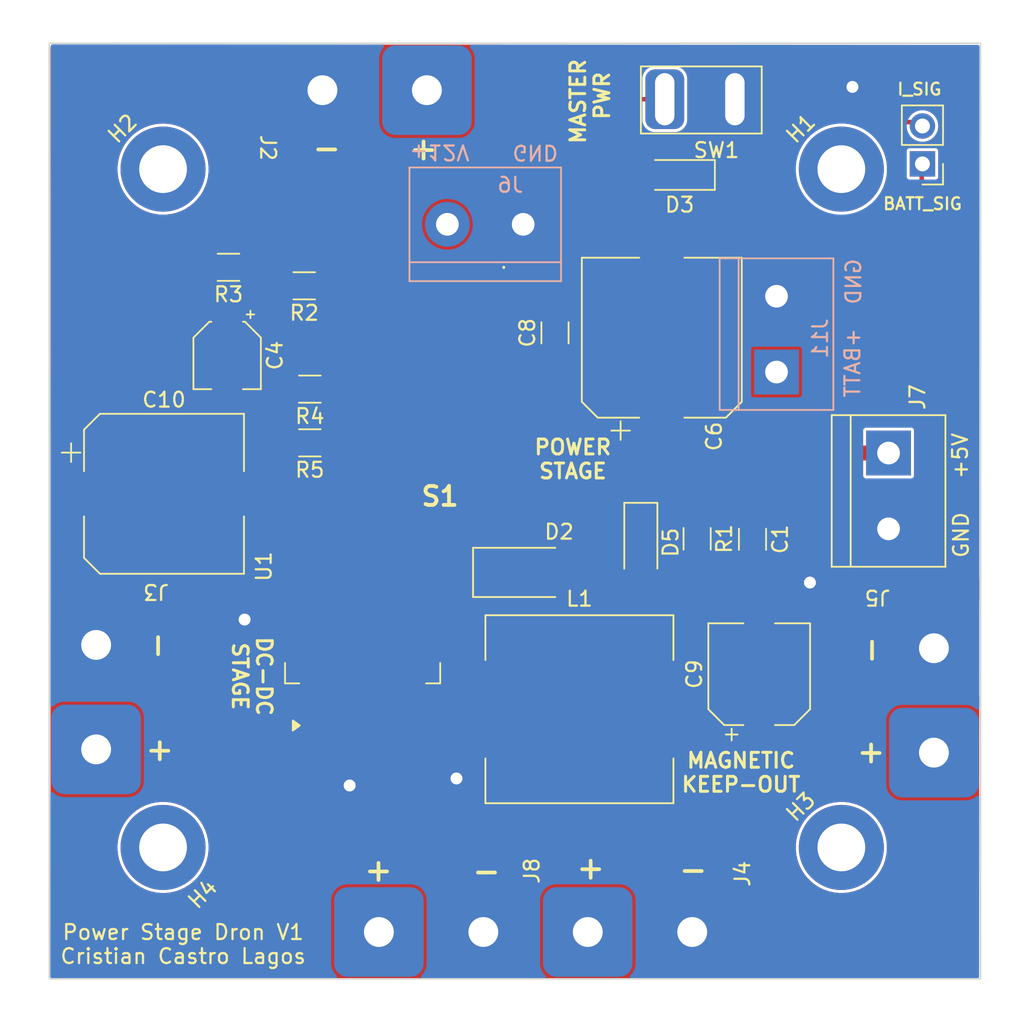
<source format=kicad_pcb>
(kicad_pcb (version 20241229) (generator "pcbnew") (generator_version "9.0")
  (layers (0 "F.Cu" signal) (2 "B.Cu" signal) (13 "F.Paste" user) (15 "B.Paste" user) (5 "F.SilkS" user "F.Silkscreen") (7 "B.SilkS" user "B.Silkscreen") (1 "F.Mask" user) (3 "B.Mask" user) (25 "Edge.Cuts" user))
  (net 0 "")
  (net 1 "+12V")
  (net 2 "GND")
  (net 3 "Net-(D3-A)")
  (net 4 "+BATT")
  (net 5 "Net-(S1-DEN)")
  (net 6 "Net-(S1-IN)")
  (net 7 "Net-(D2-K)")
  (net 8 "I_SIG")
  (net 9 "VBATT_SIG")
  (net 10 "+5V")
  (footprint "Inductor_SMD:L_12x12mm_H8mm" (layer "F.Cu") (at 144.7 87.19)
    (property "Reference" "L1" (at 0 -7.4 0) (layer "F.SilkS"))
    (property "Value" "33u")
    (fp_line (start -6.3 -6.3) (end 6.3 -6.3) (stroke (width 0.12)) (layer "F.SilkS"))
    (fp_line (start -6.3 -3.3) (end -6.3 -6.3) (stroke (width 0.12)) (layer "F.SilkS"))
    (fp_line (start -6.3 6.3) (end -6.3 3.3) (stroke (width 0.12)) (layer "F.SilkS"))
    (fp_line (start 6.3 -6.3) (end 6.3 -3.3) (stroke (width 0.12)) (layer "F.SilkS"))
    (fp_line (start 6.3 3.3) (end 6.3 6.3) (stroke (width 0.12)) (layer "F.SilkS"))
    (fp_line (start 6.3 6.3) (end -6.3 6.3) (stroke (width 0.12)) (layer "F.SilkS"))
    (pad "1" smd rect (at -4.95 0) (size 2.9 5.4) (layers "F.Cu" "F.Mask" "F.Paste") (net 7 "Net-(D2-K)"))
    (pad "2" smd rect (at 4.95 0) (size 2.9 5.4) (layers "F.Cu" "F.Mask" "F.Paste") (net 10 "+5V"))
  )
  (footprint "Capacitor_SMD:CP_Elec_4x5.4" (layer "F.Cu") (at 121.09 63.48 -90)
    (property "Reference" "C4" (at 0 -3.2 90) (layer "F.SilkS"))
    (property "Value" "10u")
    (fp_line (start -1.195563 2.26) (end 2.26 2.26) (stroke (width 0.12)) (layer "F.SilkS"))
    (fp_line (start 2.26 2.26) (end 2.26 1.06) (stroke (width 0.12)) (layer "F.SilkS"))
    (fp_line (start -2.26 1.195563) (end -1.195563 2.26) (stroke (width 0.12)) (layer "F.SilkS"))
    (fp_line (start -2.26 1.195563) (end -2.26 1.06) (stroke (width 0.12)) (layer "F.SilkS"))
    (fp_line (start -2.26 -1.195563) (end -2.26 -1.06) (stroke (width 0.12)) (layer "F.SilkS"))
    (fp_line (start -2.26 -1.195563) (end -1.195563 -2.26) (stroke (width 0.12)) (layer "F.SilkS"))
    (fp_line (start -3 -1.56) (end -2.5 -1.56) (stroke (width 0.12)) (layer "F.SilkS"))
    (fp_line (start -2.75 -1.81) (end -2.75 -1.31) (stroke (width 0.12)) (layer "F.SilkS"))
    (fp_line (start -1.195563 -2.26) (end 2.26 -2.26) (stroke (width 0.12)) (layer "F.SilkS"))
    (fp_line (start 2.26 -2.26) (end 2.26 -1.06) (stroke (width 0.12)) (layer "F.SilkS"))
    (pad "1" smd roundrect (at -1.8 0 270) (size 2.6 1.6) (layers "F.Cu" "F.Mask" "F.Paste") (roundrect_rratio 0.15625) (net 9 "VBATT_SIG"))
    (pad "2" smd roundrect (at 1.8 0 270) (size 2.6 1.6) (layers "F.Cu" "F.Mask" "F.Paste") (roundrect_rratio 0.15625) (net 2 "GND"))
  )
  (footprint "Capacitor_SMD:C_1206_3216Metric_Pad1.33x1.80mm_HandSolder" (layer "F.Cu") (at 156.3 75.8 -90)
    (property "Reference" "C1" (at 0 -1.85 90) (layer "F.SilkS"))
    (property "Value" "100n")
    (fp_line (start -0.711252 0.91) (end 0.711252 0.91) (stroke (width 0.12)) (layer "F.SilkS"))
    (fp_line (start -0.711252 -0.91) (end 0.711252 -0.91) (stroke (width 0.12)) (layer "F.SilkS"))
    (pad "1" smd roundrect (at -1.5625 0 270) (size 1.325 1.8) (layers "F.Cu" "F.Mask" "F.Paste") (roundrect_rratio 0.188679) (net 8 "I_SIG"))
    (pad "2" smd roundrect (at 1.5625 0 270) (size 1.325 1.8) (layers "F.Cu" "F.Mask" "F.Paste") (roundrect_rratio 0.188679) (net 2 "GND"))
  )
  (footprint "Resistor_SMD:R_1206_3216Metric_Pad1.30x1.75mm_HandSolder" (layer "F.Cu") (at 126.63 69.335 180)
    (property "Reference" "R5" (at 0 -1.82 0) (layer "F.SilkS"))
    (property "Value" "10k")
    (fp_line (start -0.727064 0.91) (end 0.727064 0.91) (stroke (width 0.12)) (layer "F.SilkS"))
    (fp_line (start -0.727064 -0.91) (end 0.727064 -0.91) (stroke (width 0.12)) (layer "F.SilkS"))
    (pad "1" smd roundrect (at -1.55 0 180) (size 1.3 1.75) (layers "F.Cu" "F.Mask" "F.Paste") (roundrect_rratio 0.192308) (net 4 "+BATT"))
    (pad "2" smd roundrect (at 1.55 0 180) (size 1.3 1.75) (layers "F.Cu" "F.Mask" "F.Paste") (roundrect_rratio 0.192308) (net 5 "Net-(S1-DEN)"))
  )
  (footprint "Huellas_propias:conector_pad_1" (layer "F.Cu") (at 112.26 86.38 180)
    (property "Reference" "J3" (at -4.07 7.06 180) (layer "F.SilkS"))
    (property "Value" "Conn_01x02_Pin")
    (pad "1" thru_hole roundrect (at -0.05 -3.5 180) (size 6 6) (drill 2) (layers "*.Cu" "*.Mask") (roundrect_rratio 0.15) (net 1 "+12V"))
    (pad "2" thru_hole roundrect (at -0.05 3.5 180) (size 6 6) (drill 2) (layers "*.Cu" "*.Mask") (roundrect_rratio 0.15) (net 2 "GND"))
  )
  (footprint "SamacSys_Parts:BTS500051LUAAUMA1" (layer "F.Cu") (at 133.03 59.725 180)
    (property "Reference" "S1" (at -2.325 -13.195 0) (layer "F.SilkS") (effects (font (size 1.27 1.27) (thickness 0.254))))
    (property "Value" "BTS500051LUAAUMA1" (hide yes))
    (fp_line (start -6.6 2.2) (end -6.6 2.2) (stroke (width 0.1)) (layer "F.SilkS"))
    (fp_line (start -6.6 2.1) (end -6.6 2.1) (stroke (width 0.1)) (layer "F.SilkS"))
    (fp_arc (start -6.6 2.2) (mid -6.65 2.15) (end -6.6 2.1) (stroke (width 0.1)) (layer "F.SilkS"))
    (fp_arc (start -6.6 2.1) (mid -6.55 2.15) (end -6.6 2.2) (stroke (width 0.1)) (layer "F.SilkS"))
    (pad "1" smd rect (at -6.6 0.41 180) (size 0.8 2.6) (layers "F.Cu" "F.Mask" "F.Paste") (net 2 "GND"))
    (pad "2" smd rect (at -5.4 0.41 180) (size 0.8 2.6) (layers "F.Cu" "F.Mask" "F.Paste") (net 3 "Net-(D3-A)"))
    (pad "3" smd rect (at -4.2 0.41 180) (size 0.8 2.6) (layers "F.Cu" "F.Mask" "F.Paste") (net 6 "Net-(S1-IN)"))
    (pad "4" smd rect (at -3 0.41 180) (size 0.8 2.6) (layers "F.Cu" "F.Mask" "F.Paste") (net 5 "Net-(S1-DEN)"))
    (pad "5" smd rect (at -1.8 0.855 180) (size 0.8 1.71) (layers "F.Cu" "F.Mask" "F.Paste") (net 1 "+12V"))
    (pad "6" smd rect (at -0.6 0.855 180) (size 0.8 1.71) (layers "F.Cu" "F.Mask" "F.Paste") (net 1 "+12V"))
    (pad "7" smd rect (at 0.6 0.855 180) (size 0.8 1.71) (layers "F.Cu" "F.Mask" "F.Paste") (net 1 "+12V"))
    (pad "8" smd rect (at 1.8 0.855 180) (size 0.8 1.71) (layers "F.Cu" "F.Mask" "F.Paste") (net 1 "+12V"))
    (pad "9" smd rect (at -2.4 -5.22 270) (size 3.6 9.66) (layers "F.Cu" "F.Mask" "F.Paste") (net 4 "+BATT"))
    (pad "10" smd rect (at -2.4 -8.395 270) (size 2.75 8.7) (layers "F.Cu" "F.Mask" "F.Paste") (net 4 "+BATT"))
    (pad "11" smd rect (at -2.4 -10.42 270) (size 1.3 10) (layers "F.Cu" "F.Mask" "F.Paste") (net 4 "+BATT"))
    (pad "12" smd rect (at 0 -0.445 270) (size 0.89 4.4) (layers "F.Cu" "F.Mask" "F.Paste") (net 1 "+12V"))
  )
  (footprint "Huellas_propias:spst 1 grande" (layer "F.Cu") (at 150.32 47.105)
    (property "Reference" "SW1" (at 3.56 2.62 0) (layer "F.SilkS"))
    (property "Value" "SW_SPST")
    (fp_line (start -1.5 -3) (end -1.5 1.5) (stroke (width 0.12)) (layer "F.SilkS"))
    (fp_line (start -1.5 -3) (end 6.6 -3) (stroke (width 0.12)) (layer "F.SilkS"))
    (fp_line (start 6.6 1.5) (end -1.5 1.5) (stroke (width 0.12)) (layer "F.SilkS"))
    (fp_line (start 6.6 1.5) (end 6.6 -3) (stroke (width 0.12)) (layer "F.SilkS"))
    (pad "1" thru_hole roundrect (at 0.1 -0.8) (size 2.6 4) (drill oval 1.3 3.5) (layers "*.Cu" "*.Mask") (net 6 "Net-(S1-IN)"))
    (pad "2" thru_hole roundrect (at 4.8 -0.8) (size 2.6 4) (drill oval 1.3 3.5) (layers "*.Cu" "*.Mask") (net 2 "GND"))
  )
  (footprint "Capacitor_SMD:CP_Elec_10x10.5" (layer "F.Cu") (at 150.22128 62.287829 90)
    (property "Reference" "C6" (at -6.6175 3.5 90) (layer "F.SilkS"))
    (property "Value" "1000u")
    (fp_line (start 5.36 -5.36) (end 5.36 -1.51) (stroke (width 0.12)) (layer "F.SilkS"))
    (fp_line (start -4.295563 -5.36) (end 5.36 -5.36) (stroke (width 0.12)) (layer "F.SilkS"))
    (fp_line (start -5.36 -4.295563) (end -4.295563 -5.36) (stroke (width 0.12)) (layer "F.SilkS"))
    (fp_line (start -5.36 -4.295563) (end -5.36 -1.51) (stroke (width 0.12)) (layer "F.SilkS"))
    (fp_line (start -6.225 -3.385) (end -6.225 -2.135) (stroke (width 0.12)) (layer "F.SilkS"))
    (fp_line (start -6.85 -2.76) (end -5.6 -2.76) (stroke (width 0.12)) (layer "F.SilkS"))
    (fp_line (start -5.36 4.295563) (end -5.36 1.51) (stroke (width 0.12)) (layer "F.SilkS"))
    (fp_line (start -5.36 4.295563) (end -4.295563 5.36) (stroke (width 0.12)) (layer "F.SilkS"))
    (fp_line (start 5.36 5.36) (end 5.36 1.51) (stroke (width 0.12)) (layer "F.SilkS"))
    (fp_line (start -4.295563 5.36) (end 5.36 5.36) (stroke (width 0.12)) (layer "F.SilkS"))
    (pad "1" smd roundrect (at -4.2 0 90) (size 4.4 2.5) (layers "F.Cu" "F.Mask" "F.Paste") (roundrect_rratio 0.1) (net 4 "+BATT"))
    (pad "2" smd roundrect (at 4.2 0 90) (size 4.4 2.5) (layers "F.Cu" "F.Mask" "F.Paste") (roundrect_rratio 0.1) (net 2 "GND"))
  )
  (footprint "Capacitor_SMD:CP_Elec_10x10.5" (layer "F.Cu") (at 116.8575 72.75)
    (property "Reference" "C10" (at 0 -6.3 0) (layer "F.SilkS"))
    (property "Value" "680u")
    (fp_line (start -6.85 -2.76) (end -5.6 -2.76) (stroke (width 0.12)) (layer "F.SilkS"))
    (fp_line (start -6.225 -3.385) (end -6.225 -2.135) (stroke (width 0.12)) (layer "F.SilkS"))
    (fp_line (start -5.36 -4.295563) (end -5.36 -1.51) (stroke (width 0.12)) (layer "F.SilkS"))
    (fp_line (start -5.36 -4.295563) (end -4.295563 -5.36) (stroke (width 0.12)) (layer "F.SilkS"))
    (fp_line (start -5.36 4.295563) (end -5.36 1.51) (stroke (width 0.12)) (layer "F.SilkS"))
    (fp_line (start -5.36 4.295563) (end -4.295563 5.36) (stroke (width 0.12)) (layer "F.SilkS"))
    (fp_line (start -4.295563 -5.36) (end 5.36 -5.36) (stroke (width 0.12)) (layer "F.SilkS"))
    (fp_line (start -4.295563 5.36) (end 5.36 5.36) (stroke (width 0.12)) (layer "F.SilkS"))
    (fp_line (start 5.36 -5.36) (end 5.36 -1.51) (stroke (width 0.12)) (layer "F.SilkS"))
    (fp_line (start 5.36 5.36) (end 5.36 1.51) (stroke (width 0.12)) (layer "F.SilkS"))
    (pad "1" smd roundrect (at -4.2 0) (size 4.4 2.5) (layers "F.Cu" "F.Mask" "F.Paste") (roundrect_rratio 0.1) (net 1 "+12V"))
    (pad "2" smd roundrect (at 4.2 0) (size 4.4 2.5) (layers "F.Cu" "F.Mask" "F.Paste") (roundrect_rratio 0.1) (net 2 "GND"))
  )
  (footprint "Huellas_propias:conector_pad_1" (layer "F.Cu") (at 130.977385 45.748998 -90)
    (property "Reference" "J2" (at 3.811002 7.147385 270) (layer "F.SilkS"))
    (property "Value" "Conn_01x02_Pin")
    (pad "1" thru_hole roundrect (at -0.05 -3.5 270) (size 6 6) (drill 2) (layers "*.Cu" "*.Mask") (roundrect_rratio 0.15) (net 1 "+12V"))
    (pad "2" thru_hole roundrect (at -0.05 3.5 270) (size 6 6) (drill 2) (layers "*.Cu" "*.Mask") (roundrect_rratio 0.15) (net 2 "GND"))
  )
  (footprint "Diode_SMD:D_SMA" (layer "F.Cu") (at 141.0825 78.02)
    (property "Reference" "D2" (at 2.2575 -2.72 0) (layer "F.SilkS"))
    (property "Value" "SS34")
    (fp_line (start -3.51 -1.65) (end -3.51 1.65) (stroke (width 0.12)) (layer "F.SilkS"))
    (fp_line (start -3.51 -1.65) (end 2 -1.65) (stroke (width 0.12)) (layer "F.SilkS"))
    (fp_line (start -3.51 1.65) (end 2 1.65) (stroke (width 0.12)) (layer "F.SilkS"))
    (pad "1" smd roundrect (at -2 0) (size 2.5 1.8) (layers "F.Cu" "F.Mask" "F.Paste") (roundrect_rratio 0.1388888889) (net 7 "Net-(D2-K)"))
    (pad "2" smd roundrect (at 2 0) (size 2.5 1.8) (layers "F.Cu" "F.Mask" "F.Paste") (roundrect_rratio 0.1388888889) (net 2 "GND"))
  )
  (footprint "Resistor_SMD:R_1206_3216Metric_Pad1.30x1.75mm_HandSolder" (layer "F.Cu") (at 126.63 65.735 180)
    (property "Reference" "R4" (at 0 -1.82 0) (layer "F.SilkS"))
    (property "Value" "10k")
    (fp_line (start -0.727064 0.91) (end 0.727064 0.91) (stroke (width 0.12)) (layer "F.SilkS"))
    (fp_line (start -0.727064 -0.91) (end 0.727064 -0.91) (stroke (width 0.12)) (layer "F.SilkS"))
    (pad "1" smd roundrect (at -1.55 0 180) (size 1.3 1.75) (layers "F.Cu" "F.Mask" "F.Paste") (roundrect_rratio 0.192308) (net 4 "+BATT"))
    (pad "2" smd roundrect (at 1.55 0 180) (size 1.3 1.75) (layers "F.Cu" "F.Mask" "F.Paste") (roundrect_rratio 0.192308) (net 6 "Net-(S1-IN)"))
  )
  (footprint "Resistor_SMD:R_1206_3216Metric_Pad1.30x1.75mm_HandSolder" (layer "F.Cu") (at 126.255 58.81 180)
    (property "Reference" "R2" (at 0 -1.82 0) (layer "F.SilkS"))
    (property "Value" "2.2k")
    (fp_line (start -0.727064 0.91) (end 0.727064 0.91) (stroke (width 0.12)) (layer "F.SilkS"))
    (fp_line (start -0.727064 -0.91) (end 0.727064 -0.91) (stroke (width 0.12)) (layer "F.SilkS"))
    (pad "1" smd roundrect (at -1.55 0 180) (size 1.3 1.75) (layers "F.Cu" "F.Mask" "F.Paste") (roundrect_rratio 0.192308) (net 1 "+12V"))
    (pad "2" smd roundrect (at 1.55 0 180) (size 1.3 1.75) (layers "F.Cu" "F.Mask" "F.Paste") (roundrect_rratio 0.192308) (net 9 "VBATT_SIG"))
  )
  (footprint "Capacitor_SMD:CP_Elec_6.3x5.4" (layer "F.Cu") (at 156.75 84.84 90)
    (property "Reference" "C9" (at 0 -4.35 90) (layer "F.SilkS"))
    (property "Value" "220u")
    (fp_line (start 3.41 -3.41) (end 3.41 -1.06) (stroke (width 0.12)) (layer "F.SilkS"))
    (fp_line (start -2.345563 -3.41) (end 3.41 -3.41) (stroke (width 0.12)) (layer "F.SilkS"))
    (fp_line (start -3.41 -2.345563) (end -2.345563 -3.41) (stroke (width 0.12)) (layer "F.SilkS"))
    (fp_line (start -3.41 -2.345563) (end -3.41 -1.06) (stroke (width 0.12)) (layer "F.SilkS"))
    (fp_line (start -4.04375 -2.24125) (end -4.04375 -1.45375) (stroke (width 0.12)) (layer "F.SilkS"))
    (fp_line (start -4.4375 -1.8475) (end -3.65 -1.8475) (stroke (width 0.12)) (layer "F.SilkS"))
    (fp_line (start -3.41 2.345563) (end -3.41 1.06) (stroke (width 0.12)) (layer "F.SilkS"))
    (fp_line (start -3.41 2.345563) (end -2.345563 3.41) (stroke (width 0.12)) (layer "F.SilkS"))
    (fp_line (start 3.41 3.41) (end 3.41 1.06) (stroke (width 0.12)) (layer "F.SilkS"))
    (fp_line (start -2.345563 3.41) (end 3.41 3.41) (stroke (width 0.12)) (layer "F.SilkS"))
    (pad "1" smd roundrect (at -2.8 0 90) (size 3.5 1.6) (layers "F.Cu" "F.Mask" "F.Paste") (roundrect_rratio 0.15625) (net 10 "+5V"))
    (pad "2" smd roundrect (at 2.8 0 90) (size 3.5 1.6) (layers "F.Cu" "F.Mask" "F.Paste") (roundrect_rratio 0.15625) (net 2 "GND"))
  )
  (footprint "MountingHole:MountingHole_3.2mm_M3_ISO7380_Pad" (layer "F.Cu") (at 162.255178 50.990734 45)
    (property "Reference" "H1" (at 0 -3.85 45) (layer "F.SilkS"))
    (property "Value" "MountingHole")
    (pad "1" thru_hole circle (at 0 0 45) (size 5.7 5.7) (drill 3.2) (layers "*.Cu" "*.Mask"))
  )
  (footprint "MountingHole:MountingHole_3.2mm_M3_ISO7380_Pad" (layer "F.Cu") (at 162.255178 96.452703 45)
    (property "Reference" "H3" (at 0 -3.85 45) (layer "F.SilkS"))
    (property "Value" "MountingHole")
    (pad "1" thru_hole circle (at 0 0 45) (size 5.7 5.7) (drill 3.2) (layers "*.Cu" "*.Mask"))
  )
  (footprint "Diode_SMD:D_MiniMELF" (layer "F.Cu") (at 148.815 76.015 -90)
    (property "Reference" "D5" (at 0 -2 90) (layer "F.SilkS"))
    (property "Value" "D_Zener")
    (fp_line (start -2.66 1.11) (end 1.75 1.11) (stroke (width 0.12)) (layer "F.SilkS"))
    (fp_line (start -2.66 -1.11) (end -2.66 1.11) (stroke (width 0.12)) (layer "F.SilkS"))
    (fp_line (start 1.75 -1.11) (end -2.66 -1.11) (stroke (width 0.12)) (layer "F.SilkS"))
    (pad "1" smd roundrect (at -1.75 0 270) (size 1.3 1.7) (layers "F.Cu" "F.Mask" "F.Paste") (roundrect_rratio 0.1923076923) (net 8 "I_SIG"))
    (pad "2" smd roundrect (at 1.75 0 270) (size 1.3 1.7) (layers "F.Cu" "F.Mask" "F.Paste") (roundrect_rratio 0.1923076923) (net 2 "GND"))
  )
  (footprint "MountingHole:MountingHole_3.2mm_M3_ISO7380_Pad" (layer "F.Cu") (at 116.795073 96.452703 45)
    (property "Reference" "H4" (at -0.335876 4.083542 45) (layer "F.SilkS"))
    (property "Value" "MountingHole")
    (pad "1" thru_hole circle (at 0 0 45) (size 5.7 5.7) (drill 3.2) (layers "*.Cu" "*.Mask"))
  )
  (footprint "MountingHole:MountingHole_3.2mm_M3_ISO7380_Pad" (layer "F.Cu") (at 116.795073 50.990734 45)
    (property "Reference" "H2" (at 0 -3.85 45) (layer "F.SilkS"))
    (property "Value" "MountingHole")
    (pad "1" thru_hole circle (at 0 0 45) (size 5.7 5.7) (drill 3.2) (layers "*.Cu" "*.Mask"))
  )
  (footprint "TerminalBlock:TerminalBlock_bornier-2_P5.08mm" (layer "F.Cu") (at 165.42 70.02 -90)
    (property "Reference" "J7" (at -3.76 -1.94 90) (layer "F.SilkS"))
    (property "Value" "Screw_Terminal_01x02")
    (fp_line (start -2.54 3.81) (end 7.62 3.81) (stroke (width 0.12)) (layer "F.SilkS"))
    (fp_line (start 7.62 3.81) (end 7.62 -3.81) (stroke (width 0.12)) (layer "F.SilkS"))
    (fp_line (start 7.62 2.54) (end -2.54 2.54) (stroke (width 0.12)) (layer "F.SilkS"))
    (fp_line (start -2.54 -3.81) (end -2.54 3.81) (stroke (width 0.12)) (layer "F.SilkS"))
    (fp_line (start 7.62 -3.81) (end -2.54 -3.81) (stroke (width 0.12)) (layer "F.SilkS"))
    (pad "1" thru_hole rect (at 0 0 270) (size 3 3) (drill 1.52) (layers "*.Cu" "*.Mask") (net 10 "+5V"))
    (pad "2" thru_hole circle (at 5.08 0 270) (size 3 3) (drill 1.52) (layers "*.Cu" "*.Mask") (net 2 "GND"))
  )
  (footprint "Huellas_propias:conector_pad_1" (layer "F.Cu") (at 168.41 86.6 180)
    (property "Reference" "J5" (at 3.73 6.9 180) (layer "F.SilkS"))
    (property "Value" "Conn_01x02_Pin")
    (pad "1" thru_hole roundrect (at -0.05 -3.5 180) (size 6 6) (drill 2) (layers "*.Cu" "*.Mask") (roundrect_rratio 0.15) (net 1 "+12V"))
    (pad "2" thru_hole roundrect (at -0.05 3.5 180) (size 6 6) (drill 2) (layers "*.Cu" "*.Mask") (roundrect_rratio 0.15) (net 2 "GND"))
  )
  (footprint "Resistor_SMD:R_1206_3216Metric_Pad1.30x1.75mm_HandSolder" (layer "F.Cu") (at 121.18 57.57 180)
    (property "Reference" "R3" (at 0 -1.82 0) (layer "F.SilkS"))
    (property "Value" "510")
    (fp_line (start -0.727064 0.91) (end 0.727064 0.91) (stroke (width 0.12)) (layer "F.SilkS"))
    (fp_line (start -0.727064 -0.91) (end 0.727064 -0.91) (stroke (width 0.12)) (layer "F.SilkS"))
    (pad "1" smd roundrect (at -1.55 0 180) (size 1.3 1.75) (layers "F.Cu" "F.Mask" "F.Paste") (roundrect_rratio 0.192308) (net 9 "VBATT_SIG"))
    (pad "2" smd roundrect (at 1.55 0 180) (size 1.3 1.75) (layers "F.Cu" "F.Mask" "F.Paste") (roundrect_rratio 0.192308) (net 2 "GND"))
  )
  (footprint "Connector_PinHeader_2.54mm:PinHeader_1x02_P2.54mm_Vertical" (layer "F.Cu") (at 167.69 50.64 180)
    (property "Reference" "J1" (hide yes))
    (property "Value" "Conn_01x02_Pin")
    (fp_line (start 1.38 1.27) (end 1.38 3.92) (stroke (width 0.12)) (layer "F.SilkS"))
    (fp_line (start -1.38 3.92) (end 1.38 3.92) (stroke (width 0.12)) (layer "F.SilkS"))
    (fp_line (start -1.38 1.27) (end 1.38 1.27) (stroke (width 0.12)) (layer "F.SilkS"))
    (fp_line (start -1.38 1.27) (end -1.38 3.92) (stroke (width 0.12)) (layer "F.SilkS"))
    (fp_line (start -1.38 0) (end -1.38 -1.38) (stroke (width 0.12)) (layer "F.SilkS"))
    (fp_line (start -1.38 -1.38) (end 0 -1.38) (stroke (width 0.12)) (layer "F.SilkS"))
    (pad "1" thru_hole rect (at 0 0 180) (size 1.7 1.7) (drill 1) (layers "*.Cu" "*.Mask") (net 9 "VBATT_SIG"))
    (pad "2" thru_hole circle (at 0 2.54 180) (size 1.7 1.7) (drill 1) (layers "*.Cu" "*.Mask") (net 8 "I_SIG"))
  )
  (footprint "Huellas_propias:conector_pad_1" (layer "F.Cu") (at 148.76 102.07 90)
    (property "Reference" "J4" (at 3.85 6.87 90) (layer "F.SilkS"))
    (property "Value" "Conn_01x02_Pin")
    (pad "1" thru_hole roundrect (at -0.05 -3.5 90) (size 6 6) (drill 2) (layers "*.Cu" "*.Mask") (roundrect_rratio 0.15) (net 1 "+12V"))
    (pad "2" thru_hole roundrect (at -0.05 3.5 90) (size 6 6) (drill 2) (layers "*.Cu" "*.Mask") (roundrect_rratio 0.15) (net 2 "GND"))
  )
  (footprint "Package_TO_SOT_SMD:TO-263-5_TabPin3" (layer "F.Cu") (at 130.17 80.63 90)
    (property "Reference" "U1" (at 3.01 -6.62 90) (layer "F.SilkS"))
    (property "Value" "LM2596S-5")
    (fp_line (start -3.46 -5.2) (end -4.825 -5.2) (stroke (width 0.12)) (layer "F.SilkS"))
    (fp_line (start -4.825 -5.2) (end -4.825 -4.25) (stroke (width 0.12)) (layer "F.SilkS"))
    (fp_line (start -3.46 5.2) (end -4.825 5.2) (stroke (width 0.12)) (layer "F.SilkS"))
    (fp_line (start -4.825 5.2) (end -4.825 4.25) (stroke (width 0.12)) (layer "F.SilkS"))
    (fp_poly (pts (xy -7.65 -4.21) (xy -7.99 -4.68) (xy -7.31 -4.68)) (stroke (width 0.12)) (fill yes) (layer "F.SilkS"))
    (pad "1" smd roundrect (at -7.65 -3.4 90) (size 4.6 1.1) (layers "F.Cu" "F.Mask" "F.Paste") (roundrect_rratio 0.227273) (net 1 "+12V"))
    (pad "2" smd roundrect (at -7.65 -1.7 90) (size 4.6 1.1) (layers "F.Cu" "F.Mask" "F.Paste") (roundrect_rratio 0.227273) (net 7 "Net-(D2-K)"))
    (pad "3" smd roundrect (at -7.65 0 90) (size 4.6 1.1) (layers "F.Cu" "F.Mask" "F.Paste") (roundrect_rratio 0.227273) (net 2 "GND"))
    (pad "3" smd roundrect (at 1.5 0 90) (size 9.4 10.8) (layers "F.Cu" "F.Mask") (roundrect_rratio 0.026596) (net 2 "GND"))
    (pad "4" smd roundrect (at -7.65 1.7 90) (size 4.6 1.1) (layers "F.Cu" "F.Mask" "F.Paste") (roundrect_rratio 0.227273) (net 10 "+5V"))
    (pad "5" smd roundrect (at -7.65 3.4 90) (size 4.6 1.1) (layers "F.Cu" "F.Mask" "F.Paste") (roundrect_rratio 0.227273) (net 2 "GND"))
  )
  (footprint "Capacitor_SMD:C_1206_3216Metric_Pad1.33x1.80mm_HandSolder" (layer "F.Cu") (at 143.062868 61.960397 90)
    (property "Reference" "C8" (at 0 -1.85 90) (layer "F.SilkS"))
    (property "Value" "100n")
    (fp_line (start -0.711252 -0.91) (end 0.711252 -0.91) (stroke (width 0.12)) (layer "F.SilkS"))
    (fp_line (start -0.711252 0.91) (end 0.711252 0.91) (stroke (width 0.12)) (layer "F.SilkS"))
    (pad "1" smd roundrect (at -1.5625 0 90) (size 1.325 1.8) (layers "F.Cu" "F.Mask" "F.Paste") (roundrect_rratio 0.188679) (net 4 "+BATT"))
    (pad "2" smd roundrect (at 1.5625 0 90) (size 1.325 1.8) (layers "F.Cu" "F.Mask" "F.Paste") (roundrect_rratio 0.188679) (net 2 "GND"))
  )
  (footprint "Resistor_SMD:R_1206_3216Metric_Pad1.30x1.75mm_HandSolder" (layer "F.Cu") (at 152.59 75.77 -90)
    (property "Reference" "R1" (at 0 -1.82 90) (layer "F.SilkS"))
    (property "Value" "1k")
    (fp_line (start -0.727064 0.91) (end 0.727064 0.91) (stroke (width 0.12)) (layer "F.SilkS"))
    (fp_line (start -0.727064 -0.91) (end 0.727064 -0.91) (stroke (width 0.12)) (layer "F.SilkS"))
    (pad "1" smd roundrect (at -1.55 0 270) (size 1.3 1.75) (layers "F.Cu" "F.Mask" "F.Paste") (roundrect_rratio 0.192308) (net 8 "I_SIG"))
    (pad "2" smd roundrect (at 1.55 0 270) (size 1.3 1.75) (layers "F.Cu" "F.Mask" "F.Paste") (roundrect_rratio 0.192308) (net 2 "GND"))
  )
  (footprint "Diode_SMD:D_SOD-123" (layer "F.Cu") (at 151.4175 51.38 180)
    (property "Reference" "D3" (at 0 -2 0) (layer "F.SilkS"))
    (property "Value" "1N4007")
    (fp_line (start -2.36 1) (end 1.65 1) (stroke (width 0.12)) (layer "F.SilkS"))
    (fp_line (start -2.36 -1) (end 1.65 -1) (stroke (width 0.12)) (layer "F.SilkS"))
    (fp_line (start -2.36 -1) (end -2.36 1) (stroke (width 0.12)) (layer "F.SilkS"))
    (pad "1" smd roundrect (at -1.65 0 180) (size 0.9 1.2) (layers "F.Cu" "F.Mask" "F.Paste") (net 8 "I_SIG"))
    (pad "2" smd roundrect (at 1.65 0 180) (size 0.9 1.2) (layers "F.Cu" "F.Mask" "F.Paste") (net 3 "Net-(D3-A)"))
  )
  (footprint "Huellas_propias:conector_pad_1" (layer "F.Cu") (at 134.76 102.07 90)
    (property "Reference" "J8" (at 4.05 6.75 90) (layer "F.SilkS"))
    (property "Value" "Conn_01x02_Pin")
    (pad "1" thru_hole roundrect (at -0.05 -3.5 90) (size 6 6) (drill 2) (layers "*.Cu" "*.Mask") (roundrect_rratio 0.15) (net 1 "+12V"))
    (pad "2" thru_hole roundrect (at -0.05 3.5 90) (size 6 6) (drill 2) (layers "*.Cu" "*.Mask") (roundrect_rratio 0.15) (net 2 "GND"))
  )
  (footprint "TerminalBlock:TerminalBlock_bornier-2_P5.08mm" (layer "B.Cu") (at 157.91 64.59 90)
    (property "Reference" "J11" (at 2.25 2.925 90) (layer "B.SilkS") (effects (justify mirror)))
    (property "Value" "Screw_Terminal_01x02")
    (fp_line (start 7.62 -3.81) (end 7.62 3.81) (stroke (width 0.12)) (layer "B.SilkS"))
    (fp_line (start -2.54 -3.81) (end 7.62 -3.81) (stroke (width 0.12)) (layer "B.SilkS"))
    (fp_line (start 7.62 -2.54) (end -2.54 -2.54) (stroke (width 0.12)) (layer "B.SilkS"))
    (fp_line (start 7.62 3.81) (end -2.54 3.81) (stroke (width 0.12)) (layer "B.SilkS"))
    (fp_line (start -2.54 3.81) (end -2.54 -3.81) (stroke (width 0.12)) (layer "B.SilkS"))
    (pad "1" thru_hole rect (at 0 0 90) (size 3 3) (drill 1.52) (layers "*.Cu" "*.Mask") (net 4 "+BATT"))
    (pad "2" thru_hole circle (at 5.08 0 90) (size 3 3) (drill 1.52) (layers "*.Cu" "*.Mask") (net 2 "GND"))
  )
  (footprint "TerminalBlock:TerminalBlock_bornier-2_P5.08mm" (layer "B.Cu") (at 140.93 54.69 180)
    (property "Reference" "J6" (at 0.865 2.64 0) (layer "B.SilkS") (effects (justify mirror)))
    (property "Value" "Screw_Terminal_01x02")
    (fp_line (start 7.62 3.81) (end -2.54 3.81) (stroke (width 0.12)) (layer "B.SilkS"))
    (fp_line (start 7.62 -2.54) (end -2.54 -2.54) (stroke (width 0.12)) (layer "B.SilkS"))
    (fp_line (start 7.62 -3.81) (end 7.62 3.81) (stroke (width 0.12)) (layer "B.SilkS"))
    (fp_line (start -2.54 3.81) (end -2.54 -3.81) (stroke (width 0.12)) (layer "B.SilkS"))
    (fp_line (start -2.54 -3.81) (end 7.62 -3.81) (stroke (width 0.12)) (layer "B.SilkS"))
    (pad "1" thru_hole rect (at 0 0 180) (size 3 3) (drill 1.52) (layers "*.Cu" "*.Mask") (net 2 "GND"))
    (pad "2" thru_hole circle (at 5.08 0 180) (size 3 3) (drill 1.52) (layers "*.Cu" "*.Mask") (net 1 "+12V"))
  )
  (gr_rect (start 109.17 42.5575) (end 171.585 105.2625) (stroke (width 0.1)) (fill no) (layer "Edge.Cuts"))
  (gr_text "I_SIG" (at 165.92 46.1 0) (layer "F.SilkS") (effects (font (size 0.8 0.8)) (justify left bottom)))
  (gr_text "-" (at 165.08 84.33 90) (layer "F.SilkS") (effects (font (size 1.5 1.5) (thickness 0.25) (bold yes)) (justify left bottom)))
  (gr_text "+" (at 163.155357 90.89 0) (layer "F.SilkS") (effects (font (size 1.5 1.5) (thickness 0.25) (bold yes)) (justify left bottom)))
  (gr_text "BATT_SIG" (at 164.97 53.78 0) (layer "F.SilkS") (effects (font (size 0.8 0.8)) (justify left bottom)))
  (gr_text "+" (at 115.48 90.74 0) (layer "F.SilkS") (effects (font (size 1.5 1.5) (thickness 0.25) (bold yes)) (justify left bottom)))
  (gr_text "MAGNETIC\nKEEP-OUT" (at 155.53 92.82 0) (layer "F.SilkS") (effects (font (size 1 1) (thickness 0.2) (bold yes)) (justify bottom)))
  (gr_text "POWER\nSTAGE" (at 144.26 71.82 0) (layer "F.SilkS") (effects (font (size 1 1) (thickness 0.2) (bold yes)) (justify bottom)))
  (gr_text "-" (at 117.23 84.02 90) (layer "F.SilkS") (effects (font (size 1.5 1.5) (thickness 0.25) (bold yes)) (justify left bottom)))
  (gr_text "GND" (at 170.28 75.51 90) (layer "F.SilkS") (effects (font (size 1 1))))
  (gr_text "-" (at 151.23 98.8 0) (layer "F.SilkS") (effects (font (size 1.5 1.5) (thickness 0.25) (bold yes)) (justify left bottom)))
  (gr_text "+" (at 130.14 98.83 0) (layer "F.SilkS") (effects (font (size 1.5 1.5) (thickness 0.25) (bold yes)) (justify left bottom)))
  (gr_text "+5V" (at 170.22 70.21 90) (layer "F.SilkS") (effects (font (size 1 1))))
  (gr_text "-" (at 126.67 50.44 0) (layer "F.SilkS") (effects (font (size 1.5 1.5) (thickness 0.25) (bold yes)) (justify left bottom)))
  (gr_text "+" (at 133.16 50.48 0) (layer "F.SilkS") (effects (font (size 1.5 1.5) (thickness 0.25) (bold yes)) (justify left bottom)))
  (gr_text "+" (at 144.36 98.68 0) (layer "F.SilkS") (effects (font (size 1.5 1.5) (thickness 0.25) (bold yes)) (justify left bottom)))
  (gr_text "DC-DC\nSTAGE" (at 121.37 84.98 270) (layer "F.SilkS") (effects (font (size 1 1) (thickness 0.2) (bold yes)) (justify bottom)))
  (gr_text "-" (at 137.38 98.9 0) (layer "F.SilkS") (effects (font (size 1.5 1.5) (thickness 0.25) (bold yes)) (justify left bottom)))
  (gr_text "MASTER \nPWR" (at 146.8 46.07 90) (layer "F.SilkS") (effects (font (size 1 1) (thickness 0.2) (bold yes)) (justify bottom)))
  (gr_text "Power Stage Dron V1\nCristian Castro Lagos" (at 118.14 102.94 0) (layer "F.SilkS") (effects (font (size 1 1))))
  (gr_text "+12V" (at 135.32 49.86 180) (layer "B.SilkS") (effects (font (size 1 1)) (justify mirror)))
  (gr_text "GND" (at 141.74 49.88 180) (layer "B.SilkS") (effects (font (size 1 1)) (justify mirror)))
  (gr_text "+BATT\n" (at 163.004 63.974 90) (layer "B.SilkS") (effects (font (size 1 1)) (justify mirror)))
  (gr_text "GND" (at 163.07 58.53 90) (layer "B.SilkS") (effects (font (size 1 1)) (justify mirror)))
  (segment (start 121.09 65.28) (end 119.88 65.28) (width 1) (layer "F.Cu") (net 2))
  (segment (start 150.315 77.765) (end 148.815 77.765) (width 1) (layer "F.Cu") (net 2))
  (segment (start 136.43 91.86) (end 134.19 91.86) (width 1) (layer "F.Cu") (net 2))
  (segment (start 156.75 82.04) (end 156.75 77.8125) (width 1) (layer "F.Cu") (net 2))
  (segment (start 121.0575 72.75) (end 121.0575 67.3125) (width 1) (layer "F.Cu") (net 2))
  (segment (start 121.09 67.28) (end 121.09 65.28) (width 1) (layer "F.Cu") (net 2))
  (segment (start 134.19 91.86) (end 133.57 91.24) (width 1) (layer "F.Cu") (net 2))
  (segment (start 123.71 79.73) (end 123.71 80.79) (width 1) (layer "F.Cu") (net 2))
  (segment (start 130.17 91.5) (end 130.17 88.28) (width 1) (layer "F.Cu") (net 2))
  (segment (start 159.565 46.305) (end 155.12 46.305) (width 1) (layer "F.Cu") (net 2))
  (segment (start 129.37 92.3) (end 130.17 91.5) (width 1) (layer "F.Cu") (net 2))
  (segment (start 148.815 77.765) (end 143.3375 77.765) (width 1) (layer "F.Cu") (net 2))
  (segment (start 156.3 77.3625) (end 152.6325 77.3625) (width 1) (layer "F.Cu") (net 2))
  (segment (start 150.79 77.29) (end 150.315 77.765) (width 1) (layer "F.Cu") (net 2))
  (segment (start 163 45.48) (end 160.39 45.48) (width 1) (layer "F.Cu") (net 2))
  (segment (start 121.0575 72.75) (end 121.0575 79.9775) (width 1) (layer "F.Cu") (net 2))
  (segment (start 129.3 92.3) (end 129.37 92.3) (width 1) (layer "F.Cu") (net 2))
  (segment (start 119.63 59.39) (end 119.63 57.57) (width 1) (layer "F.Cu") (net 2))
  (segment (start 158.8125 77.3625) (end 160.15 78.7) (width 1) (layer "F.Cu") (net 2))
  (segment (start 133.57 91.24) (end 133.57 88.28) (width 1) (layer "F.Cu") (net 2))
  (segment (start 122.26 81.18) (end 123.32 81.18) (width 1) (layer "F.Cu") (net 2))
  (segment (start 121.0575 79.9775) (end 122.26 81.18) (width 1) (layer "F.Cu") (net 2))
  (segment (start 119.44 59.58) (end 119.63 59.39) (width 1) (layer "F.Cu") (net 2))
  (segment (start 152.56 77.29) (end 150.79 77.29) (width 1) (layer "F.Cu") (net 2))
  (segment (start 119.88 65.28) (end 119.44 64.84) (width 1) (layer "F.Cu") (net 2))
  (segment (start 119.44 64.84) (end 119.44 59.58) (width 1) (layer "F.Cu") (net 2))
  (segment (start 156.3 77.3625) (end 158.8125 77.3625) (width 1) (layer "F.Cu") (net 2))
  (segment (start 121.0575 67.3125) (end 121.09 67.28) (width 1) (layer "F.Cu") (net 2))
  (segment (start 136.46 91.83) (end 136.43 91.86) (width 1) (layer "F.Cu") (net 2))
  (segment (start 130.17 79.13) (end 124.31 79.13) (width 1) (layer "F.Cu") (net 2))
  (segment (start 123.32 81.18) (end 123.71 80.79) (width 1) (layer "F.Cu") (net 2))
  (segment (start 156.75 77.8125) (end 156.3 77.3625) (width 1) (layer "F.Cu") (net 2))
  (segment (start 160.39 45.48) (end 159.565 46.305) (width 1) (layer "F.Cu") (net 2))
  (segment (start 124.31 79.13) (end 123.71 79.73) (width 1) (layer "F.Cu") (net 2))
  (via (at 136.46 91.83) (size 2) (drill 0.8) (layers "F.Cu" "B.Cu") (net 2))
  (via (at 129.3 92.3) (size 2) (drill 0.8) (layers "F.Cu" "B.Cu") (net 2))
  (via (at 160.15 78.7) (size 2) (drill 0.8) (layers "F.Cu" "B.Cu") (net 2))
  (via (at 122.26 81.18) (size 2) (drill 0.8) (layers "F.Cu" "B.Cu") (net 2))
  (via (at 163 45.48) (size 2) (drill 0.8) (layers "F.Cu" "B.Cu") (net 2))
  (segment (start 147.93581 51.38) (end 149.7675 51.38) (width 0.3) (layer "F.Cu") (net 3))
  (segment (start 147.38681 50.831) (end 147.93581 51.38) (width 0.3) (layer "F.Cu") (net 3))
  (segment (start 138.605 51.09) (end 138.864 50.831) (width 0.3) (layer "F.Cu") (net 3))
  (segment (start 138.605 59.14) (end 138.605 51.09) (width 0.3) (layer "F.Cu") (net 3))
  (segment (start 138.864 50.831) (end 147.38681 50.831) (width 0.3) (layer "F.Cu") (net 3))
  (segment (start 123.98 69.335) (end 123.81 69.165) (width 0.3) (layer "F.Cu") (net 5))
  (segment (start 123.81 69.165) (end 123.81 62.42148) (width 0.3) (layer "F.Cu") (net 5))
  (segment (start 135.406 61.634) (end 136.03 61.01) (width 0.3) (layer "F.Cu") (net 5))
  (segment (start 124.59748 61.634) (end 135.406 61.634) (width 0.3) (layer "F.Cu") (net 5))
  (segment (start 123.81 62.42148) (end 124.59748 61.634) (width 0.3) (layer "F.Cu") (net 5))
  (segment (start 125.08 69.335) (end 123.98 69.335) (width 0.3) (layer "F.Cu") (net 5))
  (segment (start 136.03 61.01) (end 136.03 59.315) (width 0.3) (layer "F.Cu") (net 5))
  (segment (start 125.775 62.135) (end 136.315 62.135) (width 0.3) (layer "F.Cu") (net 6))
  (segment (start 137.96 57.32) (end 137.33 57.32) (width 0.3) (layer "F.Cu") (net 6))
  (segment (start 136.315 62.135) (end 137.23 61.22) (width 0.3) (layer "F.Cu") (net 6))
  (segment (start 138.154 57.126) (end 137.96 57.32) (width 0.3) (layer "F.Cu") (net 6))
  (segment (start 137.23 57.42) (end 137.23 59.315) (width 0.3) (layer "F.Cu") (net 6))
  (segment (start 137.33 57.32) (end 137.23 57.42) (width 0.3) (layer "F.Cu") (net 6))
  (segment (start 147.13 50.38) (end 138.67719 50.38) (width 0.3) (layer "F.Cu") (net 6))
  (segment (start 147.46 47.01) (end 147.46 50.05) (width 0.3) (layer "F.Cu") (net 6))
  (segment (start 137.23 61.22) (end 137.23 59.315) (width 0.3) (layer "F.Cu") (net 6))
  (segment (start 125.08 62.83) (end 125.775 62.135) (width 0.3) (layer "F.Cu") (net 6))
  (segment (start 138.67719 50.38) (end 138.154 50.90319) (width 0.3) (layer "F.Cu") (net 6))
  (segment (start 125.08 65.735) (end 125.08 62.83) (width 0.3) (layer "F.Cu") (net 6))
  (segment (start 147.46 50.05) (end 147.13 50.38) (width 0.3) (layer "F.Cu") (net 6))
  (segment (start 138.154 50.90319) (end 138.154 57.126) (width 0.3) (layer "F.Cu") (net 6))
  (segment (start 150.42 46.305) (end 148.165 46.305) (width 0.3) (layer "F.Cu") (net 6))
  (segment (start 148.165 46.305) (end 147.46 47.01) (width 0.3) (layer "F.Cu") (net 6))
  (segment (start 129.43 85.02) (end 128.47 85.98) (width 1) (layer "F.Cu") (net 7))
  (segment (start 128.47 85.98) (end 128.47 88.28) (width 1) (layer "F.Cu") (net 7))
  (segment (start 135.3 85.02) (end 129.43 85.02) (width 1) (layer "F.Cu") (net 7))
  (segment (start 139.0825 78.02) (end 139.0825 86.5225) (width 1) (layer "F.Cu") (net 7))
  (segment (start 139.75 87.19) (end 137.47 87.19) (width 1) (layer "F.Cu") (net 7))
  (segment (start 137.47 87.19) (end 135.3 85.02) (width 1) (layer "F.Cu") (net 7))
  (segment (start 157.01 53.21) (end 157.01 51.47) (width 0.3) (layer "F.Cu") (net 8))
  (segment (start 156.3 74.2375) (end 152.6075 74.2375) (width 0.3) (layer "F.Cu") (net 8))
  (segment (start 167.429734 47.839734) (end 164.149734 47.839734) (width 0.3) (layer "F.Cu") (net 8))
  (segment (start 160.45 47.41) (end 158.47 49.39) (width 0.3) (layer "F.Cu") (net 8))
  (segment (start 164.149734 47.839734) (end 163.72 47.41) (width 0.3) (layer "F.Cu") (net 8))
  (segment (start 156.92 51.38) (end 157.01 51.47) (width 0.3) (layer "F.Cu") (net 8))
  (segment (start 157.4 49.39) (end 157.01 49.78) (width 0.3) (layer "F.Cu") (net 8))
  (segment (start 160.68 73.76) (end 160.68 54.82) (width 0.3) (layer "F.Cu") (net 8))
  (segment (start 157.48 53.68) (end 157.01 53.21) (width 0.3) (layer "F.Cu") (net 8))
  (segment (start 152.59 74.22) (end 148.86 74.22) (width 0.3) (layer "F.Cu") (net 8))
  (segment (start 157.01 51.47) (end 157.01 49.78) (width 0.3) (layer "F.Cu") (net 8))
  (segment (start 153.0675 51.38) (end 156.92 51.38) (width 0.3) (layer "F.Cu") (net 8))
  (segment (start 159.54 53.68) (end 157.48 53.68) (width 0.3) (layer "F.Cu") (net 8))
  (segment (start 160.68 54.82) (end 159.54 53.68) (width 0.3) (layer "F.Cu") (net 8))
  (segment (start 158.47 49.39) (end 157.4 49.39) (width 0.3) (layer "F.Cu") (net 8))
  (segment (start 160.2025 74.2375) (end 160.68 73.76) (width 0.3) (layer "F.Cu") (net 8))
  (segment (start 156.3 74.2375) (end 160.2025 74.2375) (width 0.3) (layer "F.Cu") (net 8))
  (segment (start 163.72 47.41) (end 160.45 47.41) (width 0.3) (layer "F.Cu") (net 8))
  (segment (start 122.54 61.43) (end 122.54 61.68) (width 0.3) (layer "F.Cu") (net 9))
  (segment (start 124.705 58.81) (end 124.705 60.325) (width 0.3) (layer "F.Cu") (net 9))
  (segment (start 123.23 60.52) (end 122.73 60.02) (width 0.3) (layer "F.Cu") (net 9))
  (segment (start 161.131 56.039) (end 162.17 55) (width 0.3) (layer "F.Cu") (net 9))
  (segment (start 121.16 61.68) (end 122.54 61.68) (width 0.3) (layer "F.Cu") (net 9))
  (segment (start 123.359 70.069) (end 126.88 73.59) (width 0.3) (layer "F.Cu") (net 9))
  (segment (start 161.131 74.389) (end 161.131 56.039) (width 0.3) (layer "F.Cu") (net 9))
  (segment (start 122.54 61.68) (end 123.359 62.499) (width 0.3) (layer "F.Cu") (net 9))
  (segment (start 166.39 55) (end 167.64 53.75) (width 0.3) (layer "F.Cu") (net 9))
  (segment (start 124.705 60.325) (end 124.51 60.52) (width 0.3) (layer "F.Cu") (net 9))
  (segment (start 122.73 60.02) (end 122.73 57.57) (width 0.3) (layer "F.Cu") (net 9))
  (segment (start 124.51 60.52) (end 123.45 60.52) (width 0.3) (layer "F.Cu") (net 9))
  (segment (start 123.359 62.499) (end 123.359 70.069) (width 0.3) (layer "F.Cu") (net 9))
  (segment (start 126.88 73.59) (end 143.17 73.59) (width 0.3) (layer "F.Cu") (net 9))
  (segment (start 162.17 55) (end 166.39 55) (width 0.3) (layer "F.Cu") (net 9))
  (segment (start 123.45 60.52) (end 123.23 60.52) (width 0.3) (layer "F.Cu") (net 9))
  (segment (start 159.74 75.78) (end 161.131 74.389) (width 0.3) (layer "F.Cu") (net 9))
  (segment (start 145.36 75.78) (end 159.74 75.78) (width 0.3) (layer "F.Cu") (net 9))
  (segment (start 123.45 60.52) (end 122.54 61.43) (width 0.3) (layer "F.Cu") (net 9))
  (segment (start 143.17 73.59) (end 145.36 75.78) (width 0.3) (layer "F.Cu") (net 9))
  (segment (start 167.64 53.75) (end 167.64 50.69) (width 0.3) (layer "F.Cu") (net 9))
  (segment (start 131.87 88.28) (end 131.87 92.11) (width 1) (layer "F.Cu") (net 10))
  (segment (start 156.75 87.64) (end 150.1 87.64) (width 1) (layer "F.Cu") (net 10))
  (segment (start 162.44 70.63) (end 162.44 84.72) (width 1) (layer "F.Cu") (net 10))
  (segment (start 162.44 84.72) (end 159.52 87.64) (width 1) (layer "F.Cu") (net 10))
  (segment (start 159.52 87.64) (end 156.75 87.64) (width 1) (layer "F.Cu") (net 10))
  (segment (start 148.21 93.74) (end 149.65 92.3) (width 1) (layer "F.Cu") (net 10))
  (segment (start 133.5 93.74) (end 148.21 93.74) (width 1) (layer "F.Cu") (net 10))
  (segment (start 149.65 92.3) (end 149.65 87.19) (width 1) (layer "F.Cu") (net 10))
  (segment (start 131.87 92.11) (end 133.5 93.74) (width 1) (layer "F.Cu") (net 10))
  (segment (start 165.42 70.02) (end 163.05 70.02) (width 1) (layer "F.Cu") (net 10))
  (segment (start 163.05 70.02) (end 162.44 70.63) (width 1) (layer "F.Cu") (net 10))
  (zone (net 4) (net_name "+BATT") (layer "F.Cu") (connect_pads yes (clearance 0.2)) (min_thickness 0.5) (fill yes (thermal_gap 0.8) (thermal_bridge_width 0.8) (smoothing fillet))
    (polygon (pts (xy 126.93 62.52) (xy 141.83 62.53017) (xy 141.83 62.27) (xy 160.115103 62.273628) (xy 160.110696 68.815829) (xy 157.107599 72.436506) (xy 128.908596 72.432345) (xy 126.93 70.321528)))
  )
  (zone (net 2) (net_name "GND") (layer "F.Cu") (priority 2) (connect_pads yes (clearance 0.2)) (min_thickness 0.5) (fill yes (thermal_gap 0.8) (thermal_bridge_width 0.8) (smoothing fillet))
    (polygon (pts (xy 139.03 52.386052) (xy 153.905001 52.38161) (xy 153.904999 55.42) (xy 160.131526 55.42) (xy 160.126604 61.708055) (xy 139.03 61.702466)))
  )
  (zone (net 1) (net_name "+12V") (layer "F.Cu") (priority 1) (connect_pads yes (clearance 0.2)) (min_thickness 0.5) (fill yes (thermal_gap 0.8) (thermal_bridge_width 0.8) (smoothing fillet))
    (polygon (pts (xy 109.246538 42.644638) (xy 109.25377 105.250945) (xy 171.478743 105.230308) (xy 171.500682 78.253637) (xy 163.427493 78.250655) (xy 163.421363 85.973502) (xy 153.551588 94.525726) (xy 127.614284 94.525726) (xy 127.607312 85.412919) (xy 122.828119 85.409409) (xy 118.510458 78.223034) (xy 118.526481 56.085769) (xy 126.403837 56.079986) (xy 126.403837 61.115726) (xy 135.463837 61.115726) (xy 135.463837 56.895726) (xy 137.753359 56.895726) (xy 137.749961 49.966163) (xy 139.637161 49.965381) (xy 139.646835 42.649087)))
  )
  (zone (net 2) (net_name "GND") (layer "B.Cu") (priority 5) (connect_pads yes (clearance 0.2)) (min_thickness 0.25) (fill yes (thermal_gap 0.5) (thermal_bridge_width 0.5))
    (polygon (pts (xy 109.26883 42.629385) (xy 171.515505 42.666022) (xy 171.487102 105.24) (xy 109.234963 105.24)))
  )
)
</source>
